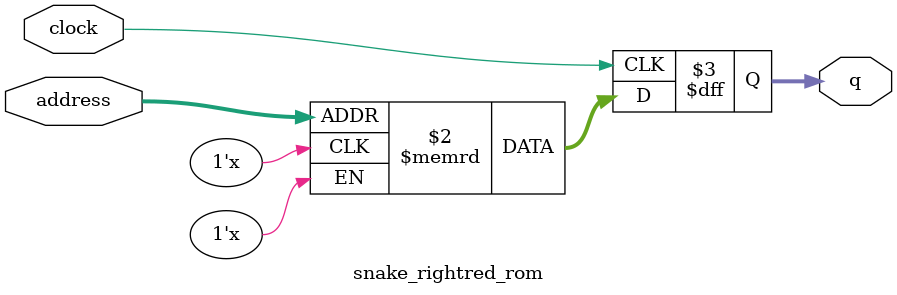
<source format=sv>
module snake_rightred_rom (
	input logic clock,
	input logic [9:0] address,
	output logic [3:0] q
);

logic [3:0] memory [0:944] /* synthesis ram_init_file = "./snake_rightred.mif" */;

always_ff @ (posedge clock) begin
	q <= memory[address];
end

endmodule

</source>
